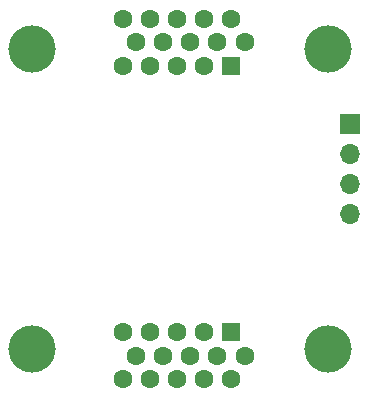
<source format=gbr>
%TF.GenerationSoftware,KiCad,Pcbnew,8.0.3+1*%
%TF.CreationDate,2024-06-18T17:54:10+02:00*%
%TF.ProjectId,EDID_spoofer,45444944-5f73-4706-9f6f-6665722e6b69,rev?*%
%TF.SameCoordinates,Original*%
%TF.FileFunction,Soldermask,Bot*%
%TF.FilePolarity,Negative*%
%FSLAX46Y46*%
G04 Gerber Fmt 4.6, Leading zero omitted, Abs format (unit mm)*
G04 Created by KiCad (PCBNEW 8.0.3+1) date 2024-06-18 17:54:10*
%MOMM*%
%LPD*%
G01*
G04 APERTURE LIST*
%ADD10C,4.000000*%
%ADD11R,1.600000X1.600000*%
%ADD12C,1.600000*%
%ADD13R,1.700000X1.700000*%
%ADD14O,1.700000X1.700000*%
G04 APERTURE END LIST*
D10*
%TO.C,J2*%
X21990000Y-57150000D03*
X46990000Y-57150000D03*
D11*
X38805000Y-55730000D03*
D12*
X36515000Y-55730000D03*
X34225000Y-55730000D03*
X31935000Y-55730000D03*
X29645000Y-55730000D03*
X39950000Y-57710000D03*
X37660000Y-57710000D03*
X35370000Y-57710000D03*
X33080000Y-57710000D03*
X30790000Y-57710000D03*
X38805000Y-59690000D03*
X36515000Y-59690000D03*
X34225000Y-59690000D03*
X31935000Y-59690000D03*
X29645000Y-59690000D03*
%TD*%
D10*
%TO.C,J1*%
X46990000Y-31750000D03*
X21990000Y-31750000D03*
D11*
X38805000Y-33170000D03*
D12*
X36515000Y-33170000D03*
X34225000Y-33170000D03*
X31935000Y-33170000D03*
X29645000Y-33170000D03*
X39950000Y-31190000D03*
X37660000Y-31190000D03*
X35370000Y-31190000D03*
X33080000Y-31190000D03*
X30790000Y-31190000D03*
X38805000Y-29210000D03*
X36515000Y-29210000D03*
X34225000Y-29210000D03*
X31935000Y-29210000D03*
X29645000Y-29210000D03*
%TD*%
D13*
%TO.C,J3*%
X48895000Y-38110000D03*
D14*
X48895000Y-40650000D03*
X48895000Y-43190000D03*
X48895000Y-45730000D03*
%TD*%
M02*

</source>
